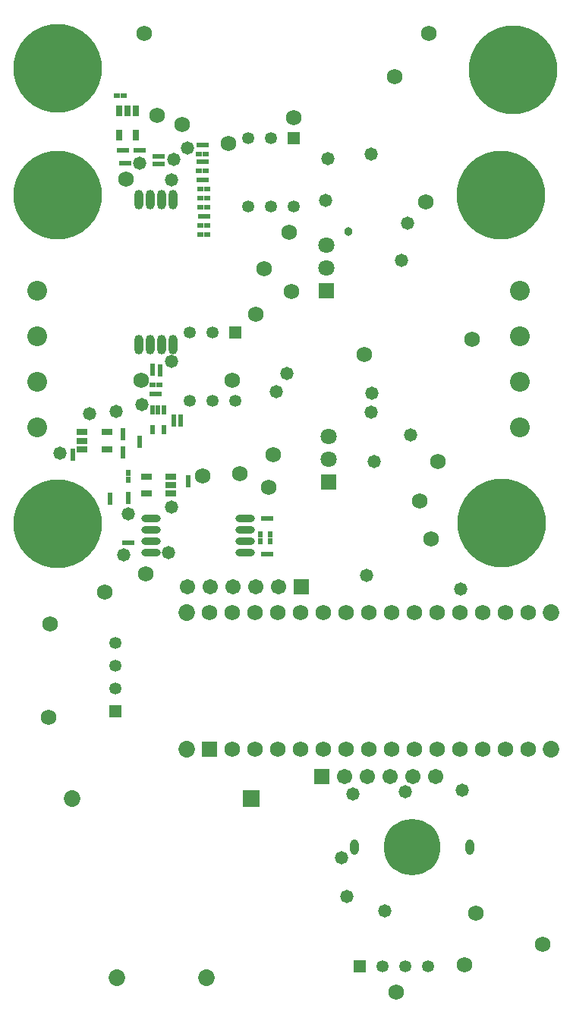
<source format=gbr>
%TF.GenerationSoftware,Altium Limited,Altium Designer,23.4.1 (23)*%
G04 Layer_Color=16711935*
%FSLAX26Y26*%
%MOIN*%
%TF.SameCoordinates,99C6BA0F-0D9B-4297-A223-D59900673BD4*%
%TF.FilePolarity,Negative*%
%TF.FileFunction,Soldermask,Bot*%
%TF.Part,Single*%
G01*
G75*
%TA.AperFunction,ComponentPad*%
%ADD24C,0.389764*%
%ADD25C,0.053150*%
%ADD26R,0.053150X0.053150*%
%ADD28R,0.053150X0.053150*%
%TA.AperFunction,SMDPad,CuDef*%
%ADD48R,0.027685X0.019811*%
%ADD49R,0.031622X0.045402*%
%ADD50R,0.045402X0.031622*%
%ADD51R,0.019811X0.027685*%
%TA.AperFunction,ComponentPad*%
%ADD52C,0.068000*%
%ADD53C,0.086740*%
%TA.AperFunction,ViaPad*%
%ADD54C,0.068000*%
%TA.AperFunction,ComponentPad*%
%ADD55C,0.072961*%
%ADD56R,0.068000X0.068000*%
%ADD57O,0.038000X0.068000*%
%ADD58C,0.067055*%
%ADD59C,0.070992*%
%ADD60R,0.072961X0.072961*%
%ADD61R,0.070992X0.070992*%
%ADD62R,0.067055X0.067055*%
%TA.AperFunction,ViaPad*%
%ADD63C,0.058000*%
%ADD64C,0.038000*%
%TA.AperFunction,SMDPad,CuDef*%
%ADD65O,0.084772X0.031622*%
%ADD66C,0.248000*%
%ADD67R,0.023748X0.039496*%
%ADD68O,0.039496X0.086740*%
D24*
X3970000Y5745000D02*
D03*
Y7190000D02*
D03*
X5970000Y7740000D02*
D03*
X3970000Y7745000D02*
D03*
X5915000Y7190000D02*
D03*
X5920000Y5750000D02*
D03*
D25*
X4550000Y6585000D02*
D03*
X4650000Y6285000D02*
D03*
X4750000D02*
D03*
X4550000D02*
D03*
X4650000Y6585000D02*
D03*
X4220748Y5123425D02*
D03*
X4905000Y7440000D02*
D03*
X4220748Y5223425D02*
D03*
X5495000Y3801850D02*
D03*
X5395000D02*
D03*
X4220748Y5023425D02*
D03*
X5595000Y3801850D02*
D03*
X4805000Y7140000D02*
D03*
X5005000D02*
D03*
X4805000Y7440000D02*
D03*
X4905000Y7140000D02*
D03*
D26*
X4750000Y6585000D02*
D03*
X4220748Y4923425D02*
D03*
X5005000Y7440000D02*
D03*
D28*
X5295000Y3801850D02*
D03*
D48*
X4411339Y6315000D02*
D03*
X4413780Y6355000D02*
D03*
X4591220Y7410000D02*
D03*
X4425000Y7360000D02*
D03*
X4425118Y7325000D02*
D03*
X4278779Y7330000D02*
D03*
X4901221Y5767441D02*
D03*
X4623780Y7015000D02*
D03*
X4618779Y7410000D02*
D03*
X4617559Y7370000D02*
D03*
X4397441Y7360000D02*
D03*
X4397559Y7325000D02*
D03*
X4257457Y7624197D02*
D03*
X4342559Y7385000D02*
D03*
X4270000Y7385000D02*
D03*
X4315000Y7385000D02*
D03*
X4251220Y7330000D02*
D03*
X4383780Y6315000D02*
D03*
X4386221Y6355000D02*
D03*
X4229898Y7624197D02*
D03*
X4263661Y5663661D02*
D03*
X4873661Y5612441D02*
D03*
Y5767441D02*
D03*
X4901221Y5612441D02*
D03*
X4590000Y7370000D02*
D03*
X4592441Y7335000D02*
D03*
X4620000D02*
D03*
X4617559Y7295000D02*
D03*
X4590000D02*
D03*
X4592441Y7255000D02*
D03*
X4620000D02*
D03*
X4623780Y7215000D02*
D03*
X4596221Y7175000D02*
D03*
X4596221Y7215000D02*
D03*
X4623780Y7175000D02*
D03*
X4623780Y7135000D02*
D03*
X4242441Y7385000D02*
D03*
X4597441Y7095000D02*
D03*
X4596221Y7135000D02*
D03*
X4625000Y7095000D02*
D03*
X4623780Y7055000D02*
D03*
X4596221D02*
D03*
Y7015000D02*
D03*
X4291220Y5663661D02*
D03*
D49*
X4275000Y7559134D02*
D03*
X4312402D02*
D03*
X4237599D02*
D03*
Y7450866D02*
D03*
X4312402D02*
D03*
D50*
X4076733Y6109961D02*
D03*
X4466575Y5915000D02*
D03*
X4076733Y6147362D02*
D03*
Y6072559D02*
D03*
X4466575Y5952402D02*
D03*
Y5877599D02*
D03*
X4185000Y6072559D02*
D03*
X4358307Y5952402D02*
D03*
Y5877599D02*
D03*
X4185000Y6147362D02*
D03*
D51*
X4510000Y6212559D02*
D03*
Y6185000D02*
D03*
X4255000Y6152559D02*
D03*
X4277441Y5845000D02*
D03*
X4330000Y6091220D02*
D03*
X4035000Y6035000D02*
D03*
X4542441Y5918780D02*
D03*
X4197441Y5841221D02*
D03*
X4902441Y5697441D02*
D03*
X4330000Y6118779D02*
D03*
X4255000Y6125000D02*
D03*
X4255000Y6046221D02*
D03*
X4480000Y6186221D02*
D03*
X4197441Y5868780D02*
D03*
X4277441Y5872559D02*
D03*
Y5940000D02*
D03*
X4480000Y6213780D02*
D03*
X4420000Y6406221D02*
D03*
X4385000Y6407441D02*
D03*
X4035000Y6062559D02*
D03*
X4542441Y5946339D02*
D03*
X4902441Y5669882D02*
D03*
X4255000Y6073780D02*
D03*
X4385000Y6435000D02*
D03*
X4420000Y6433780D02*
D03*
X4277441Y5967559D02*
D03*
X4857441Y5697441D02*
D03*
Y5669882D02*
D03*
D52*
X4770000Y5965000D02*
D03*
X4915000Y6050000D02*
D03*
X4335000Y6375000D02*
D03*
X3935000Y5305000D02*
D03*
X4175000Y5445000D02*
D03*
X4736221Y4755000D02*
D03*
X4836221D02*
D03*
X5236221D02*
D03*
X5536221D02*
D03*
X5636221D02*
D03*
X5736221D02*
D03*
X5836221D02*
D03*
X6036221Y5355000D02*
D03*
X5936221D02*
D03*
X5836221D02*
D03*
X5436221D02*
D03*
X5336221D02*
D03*
X5236221D02*
D03*
X5036221D02*
D03*
X4636221D02*
D03*
X4736221D02*
D03*
X5636221D02*
D03*
X5536221D02*
D03*
X4836221D02*
D03*
X4936221D02*
D03*
X5136221D02*
D03*
X4936221Y4755000D02*
D03*
X5036221D02*
D03*
X5336221D02*
D03*
X5436221D02*
D03*
X5136221D02*
D03*
X6036221D02*
D03*
X5936221D02*
D03*
X5736221Y5355000D02*
D03*
X4605000Y5955000D02*
D03*
X5455000Y3690000D02*
D03*
X4895000Y5905000D02*
D03*
X5805000Y4035000D02*
D03*
X4405000Y7540000D02*
D03*
X4735000Y6375000D02*
D03*
X5610000Y5680000D02*
D03*
X3930000Y4895000D02*
D03*
X4515000Y7500000D02*
D03*
X4875000Y6865000D02*
D03*
X4720000Y7415000D02*
D03*
X5755000Y3810000D02*
D03*
X5450000Y7710000D02*
D03*
X5315000Y6490000D02*
D03*
X5790000Y6555000D02*
D03*
X5560000Y5845000D02*
D03*
X4995000Y6765000D02*
D03*
X4270000Y7260000D02*
D03*
X5585000Y7160000D02*
D03*
X5637695Y6020000D02*
D03*
X5005000Y7530000D02*
D03*
X4355000Y5525000D02*
D03*
X4985000Y7025000D02*
D03*
X4840000Y6665000D02*
D03*
D53*
X3880000Y6770000D02*
D03*
Y6170000D02*
D03*
Y6570000D02*
D03*
Y6370000D02*
D03*
X6000000D02*
D03*
Y6570000D02*
D03*
Y6770000D02*
D03*
Y6170000D02*
D03*
D54*
X6100000Y3900000D02*
D03*
X5600000Y7900000D02*
D03*
X4350000D02*
D03*
D55*
X4536221Y4755000D02*
D03*
Y5355000D02*
D03*
X6136221D02*
D03*
Y4755000D02*
D03*
X4623150Y3752598D02*
D03*
X4032598Y4540000D02*
D03*
X4229449Y3752598D02*
D03*
D56*
X4636221Y4755000D02*
D03*
D57*
X5776969Y4325000D02*
D03*
X5273031D02*
D03*
D58*
X4640000Y5470000D02*
D03*
X5630000Y4635000D02*
D03*
X5530000D02*
D03*
X4540000Y5470000D02*
D03*
X5430000Y4635000D02*
D03*
X5330000D02*
D03*
X4840000Y5470000D02*
D03*
X4940000D02*
D03*
X4740000D02*
D03*
X5230000Y4635000D02*
D03*
D59*
X5150000Y6870000D02*
D03*
X5160000Y6030000D02*
D03*
X5150000Y6970000D02*
D03*
X5160000Y6130000D02*
D03*
D60*
X4820000Y4540000D02*
D03*
D61*
X5150000Y6770000D02*
D03*
X5160000Y5930000D02*
D03*
D62*
X5040000Y5470000D02*
D03*
X5130000Y4635000D02*
D03*
D63*
X4225000Y6240000D02*
D03*
X5325355Y5519645D02*
D03*
X5740000Y5460000D02*
D03*
X4340000Y6270000D02*
D03*
X5510000Y4390000D02*
D03*
X5155000Y7350000D02*
D03*
X3980000Y6055000D02*
D03*
X4455000Y5620000D02*
D03*
X4470000Y5820000D02*
D03*
X5350000Y6320000D02*
D03*
X4468849Y6457288D02*
D03*
X4280000Y5790000D02*
D03*
X5745000Y4575000D02*
D03*
X5405000Y4045000D02*
D03*
X5215000Y4280000D02*
D03*
X5505000Y7065000D02*
D03*
X4976075Y6403925D02*
D03*
X5345000Y6235000D02*
D03*
X5520000Y6135000D02*
D03*
X5240000Y4110000D02*
D03*
X4330000Y7330000D02*
D03*
X4470000Y7255000D02*
D03*
X4480000Y7345000D02*
D03*
X4540000Y7395000D02*
D03*
X4110000Y6230000D02*
D03*
X4930000Y6325000D02*
D03*
X4260000Y5609261D02*
D03*
X5265000Y4560000D02*
D03*
X5494557Y4568065D02*
D03*
X5479227Y6903154D02*
D03*
X5345000Y7370000D02*
D03*
X5145000Y7165000D02*
D03*
X5360000Y6020000D02*
D03*
D64*
X5245000Y7030000D02*
D03*
D65*
X4791693Y5770000D02*
D03*
Y5720000D02*
D03*
Y5670000D02*
D03*
Y5620000D02*
D03*
X4378307Y5770000D02*
D03*
Y5720000D02*
D03*
Y5670000D02*
D03*
Y5620000D02*
D03*
D66*
X5525000Y4325000D02*
D03*
D67*
X4410000Y6245000D02*
D03*
X4384410Y6160354D02*
D03*
X4435591D02*
D03*
Y6245000D02*
D03*
X4384410D02*
D03*
D68*
X4476339Y6531102D02*
D03*
Y7168898D02*
D03*
X4426339D02*
D03*
X4376339D02*
D03*
X4326339Y6531102D02*
D03*
Y7168898D02*
D03*
X4376339Y6531102D02*
D03*
X4426339D02*
D03*
%TF.MD5,76b8eef5f29c04e852ae0da1ee21fd8e*%
M02*

</source>
